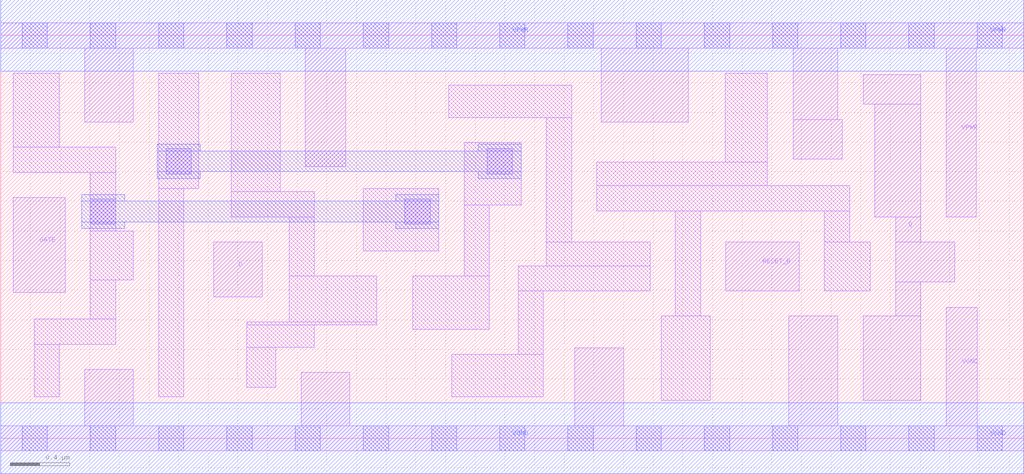
<source format=lef>
# Copyright 2020 The SkyWater PDK Authors
#
# Licensed under the Apache License, Version 2.0 (the "License");
# you may not use this file except in compliance with the License.
# You may obtain a copy of the License at
#
#     https://www.apache.org/licenses/LICENSE-2.0
#
# Unless required by applicable law or agreed to in writing, software
# distributed under the License is distributed on an "AS IS" BASIS,
# WITHOUT WARRANTIES OR CONDITIONS OF ANY KIND, either express or implied.
# See the License for the specific language governing permissions and
# limitations under the License.
#
# SPDX-License-Identifier: Apache-2.0

VERSION 5.7 ;
  NAMESCASESENSITIVE ON ;
  NOWIREEXTENSIONATPIN ON ;
  DIVIDERCHAR "/" ;
  BUSBITCHARS "[]" ;
UNITS
  DATABASE MICRONS 200 ;
END UNITS
PROPERTYDEFINITIONS
  MACRO maskLayoutSubType STRING ;
  MACRO prCellType STRING ;
  MACRO originalViewName STRING ;
END PROPERTYDEFINITIONS
MACRO sky130_fd_sc_hdll__dlrtp_2
  CLASS CORE ;
  FOREIGN sky130_fd_sc_hdll__dlrtp_2 ;
  ORIGIN  0.000000  0.000000 ;
  SIZE  6.900000 BY  2.720000 ;
  SYMMETRY X Y R90 ;
  SITE unithd ;
  PIN D
    ANTENNAGATEAREA  0.178200 ;
    DIRECTION INPUT ;
    USE SIGNAL ;
    PORT
      LAYER li1 ;
        RECT 1.435000 0.955000 1.765000 1.325000 ;
    END
  END D
  PIN GATE
    ANTENNAGATEAREA  0.178200 ;
    DIRECTION INPUT ;
    USE SIGNAL ;
    PORT
      LAYER li1 ;
        RECT 0.085000 0.985000 0.435000 1.625000 ;
    END
  END GATE
  PIN Q
    ANTENNADIFFAREA  0.465500 ;
    DIRECTION OUTPUT ;
    USE SIGNAL ;
    PORT
      LAYER li1 ;
        RECT 5.815000 0.255000 6.205000 0.825000 ;
        RECT 5.815000 2.255000 6.205000 2.455000 ;
        RECT 5.895000 1.495000 6.205000 2.255000 ;
        RECT 6.035000 0.825000 6.205000 1.055000 ;
        RECT 6.035000 1.055000 6.435000 1.325000 ;
        RECT 6.035000 1.325000 6.205000 1.495000 ;
    END
  END Q
  PIN RESET_B
    ANTENNAGATEAREA  0.277500 ;
    DIRECTION INPUT ;
    USE SIGNAL ;
    PORT
      LAYER li1 ;
        RECT 4.890000 0.995000 5.385000 1.325000 ;
    END
  END RESET_B
  PIN VGND
    DIRECTION INOUT ;
    USE GROUND ;
    PORT
      LAYER li1 ;
        RECT 0.000000 -0.085000 6.900000 0.085000 ;
        RECT 0.565000  0.085000 0.895000 0.465000 ;
        RECT 2.025000  0.085000 2.355000 0.445000 ;
        RECT 3.870000  0.085000 4.200000 0.610000 ;
        RECT 5.315000  0.085000 5.645000 0.825000 ;
        RECT 6.375000  0.085000 6.585000 0.885000 ;
      LAYER mcon ;
        RECT 0.145000 -0.085000 0.315000 0.085000 ;
        RECT 0.605000 -0.085000 0.775000 0.085000 ;
        RECT 1.065000 -0.085000 1.235000 0.085000 ;
        RECT 1.525000 -0.085000 1.695000 0.085000 ;
        RECT 1.985000 -0.085000 2.155000 0.085000 ;
        RECT 2.445000 -0.085000 2.615000 0.085000 ;
        RECT 2.905000 -0.085000 3.075000 0.085000 ;
        RECT 3.365000 -0.085000 3.535000 0.085000 ;
        RECT 3.825000 -0.085000 3.995000 0.085000 ;
        RECT 4.285000 -0.085000 4.455000 0.085000 ;
        RECT 4.745000 -0.085000 4.915000 0.085000 ;
        RECT 5.205000 -0.085000 5.375000 0.085000 ;
        RECT 5.665000 -0.085000 5.835000 0.085000 ;
        RECT 6.125000 -0.085000 6.295000 0.085000 ;
        RECT 6.585000 -0.085000 6.755000 0.085000 ;
      LAYER met1 ;
        RECT 0.000000 -0.240000 6.900000 0.240000 ;
    END
  END VGND
  PIN VPWR
    DIRECTION INOUT ;
    USE POWER ;
    PORT
      LAYER li1 ;
        RECT 0.000000 2.635000 6.900000 2.805000 ;
        RECT 0.565000 2.135000 0.895000 2.635000 ;
        RECT 2.055000 1.835000 2.325000 2.635000 ;
        RECT 4.050000 2.135000 4.635000 2.635000 ;
        RECT 5.345000 1.885000 5.675000 2.150000 ;
        RECT 5.345000 2.150000 5.645000 2.635000 ;
        RECT 6.375000 1.495000 6.580000 2.635000 ;
      LAYER mcon ;
        RECT 0.145000 2.635000 0.315000 2.805000 ;
        RECT 0.605000 2.635000 0.775000 2.805000 ;
        RECT 1.065000 2.635000 1.235000 2.805000 ;
        RECT 1.525000 2.635000 1.695000 2.805000 ;
        RECT 1.985000 2.635000 2.155000 2.805000 ;
        RECT 2.445000 2.635000 2.615000 2.805000 ;
        RECT 2.905000 2.635000 3.075000 2.805000 ;
        RECT 3.365000 2.635000 3.535000 2.805000 ;
        RECT 3.825000 2.635000 3.995000 2.805000 ;
        RECT 4.285000 2.635000 4.455000 2.805000 ;
        RECT 4.745000 2.635000 4.915000 2.805000 ;
        RECT 5.205000 2.635000 5.375000 2.805000 ;
        RECT 5.665000 2.635000 5.835000 2.805000 ;
        RECT 6.125000 2.635000 6.295000 2.805000 ;
        RECT 6.585000 2.635000 6.755000 2.805000 ;
      LAYER met1 ;
        RECT 0.000000 2.480000 6.900000 2.960000 ;
    END
  END VPWR
  OBS
    LAYER li1 ;
      RECT 0.085000 1.795000 0.775000 1.965000 ;
      RECT 0.085000 1.965000 0.395000 2.465000 ;
      RECT 0.225000 0.280000 0.395000 0.635000 ;
      RECT 0.225000 0.635000 0.775000 0.805000 ;
      RECT 0.605000 0.805000 0.775000 1.070000 ;
      RECT 0.605000 1.070000 0.895000 1.400000 ;
      RECT 0.605000 1.400000 0.775000 1.795000 ;
      RECT 1.065000 0.280000 1.235000 1.685000 ;
      RECT 1.065000 1.685000 1.335000 2.465000 ;
      RECT 1.555000 1.495000 2.115000 1.665000 ;
      RECT 1.555000 1.665000 1.885000 2.465000 ;
      RECT 1.660000 0.345000 1.855000 0.615000 ;
      RECT 1.660000 0.615000 2.115000 0.765000 ;
      RECT 1.660000 0.765000 2.535000 0.785000 ;
      RECT 1.945000 0.785000 2.535000 1.095000 ;
      RECT 1.945000 1.095000 2.115000 1.495000 ;
      RECT 2.445000 1.265000 2.955000 1.685000 ;
      RECT 2.780000 0.735000 3.295000 1.095000 ;
      RECT 3.020000 2.165000 3.850000 2.385000 ;
      RECT 3.040000 0.280000 3.660000 0.565000 ;
      RECT 3.125000 1.095000 3.295000 1.575000 ;
      RECT 3.125000 1.575000 3.510000 1.995000 ;
      RECT 3.490000 0.565000 3.660000 0.995000 ;
      RECT 3.490000 0.995000 4.380000 1.165000 ;
      RECT 3.680000 1.165000 4.380000 1.325000 ;
      RECT 3.680000 1.325000 3.850000 2.165000 ;
      RECT 4.020000 1.535000 5.725000 1.705000 ;
      RECT 4.020000 1.705000 5.170000 1.865000 ;
      RECT 4.455000 0.255000 4.785000 0.825000 ;
      RECT 4.550000 0.825000 4.720000 1.535000 ;
      RECT 4.885000 1.865000 5.170000 2.465000 ;
      RECT 5.555000 0.995000 5.865000 1.325000 ;
      RECT 5.555000 1.325000 5.725000 1.535000 ;
    LAYER mcon ;
      RECT 0.605000 1.445000 0.775000 1.615000 ;
      RECT 1.115000 1.785000 1.285000 1.955000 ;
      RECT 2.725000 1.445000 2.895000 1.615000 ;
      RECT 3.280000 1.785000 3.450000 1.955000 ;
    LAYER met1 ;
      RECT 0.545000 1.415000 0.835000 1.460000 ;
      RECT 0.545000 1.460000 2.955000 1.600000 ;
      RECT 0.545000 1.600000 0.835000 1.645000 ;
      RECT 1.055000 1.755000 1.345000 1.800000 ;
      RECT 1.055000 1.800000 3.510000 1.940000 ;
      RECT 1.055000 1.940000 1.345000 1.985000 ;
      RECT 2.665000 1.415000 2.955000 1.460000 ;
      RECT 2.665000 1.600000 2.955000 1.645000 ;
      RECT 3.220000 1.755000 3.510000 1.800000 ;
      RECT 3.220000 1.940000 3.510000 1.985000 ;
  END
  PROPERTY maskLayoutSubType "abstract" ;
  PROPERTY prCellType "standard" ;
  PROPERTY originalViewName "layout" ;
END sky130_fd_sc_hdll__dlrtp_2

</source>
